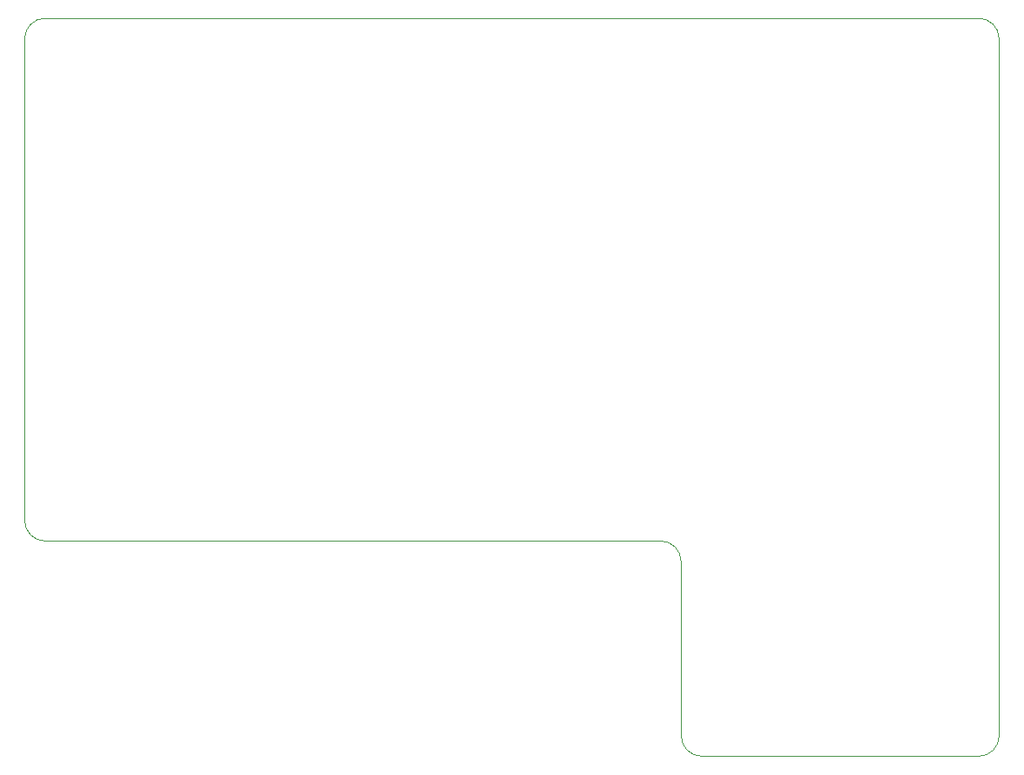
<source format=gm1>
%TF.GenerationSoftware,KiCad,Pcbnew,8.0.4-8.0.4-0~ubuntu22.04.1*%
%TF.CreationDate,2024-09-28T14:33:57-04:00*%
%TF.ProjectId,hivemind-pcb,68697665-6d69-46e6-942d-7063622e6b69,rev?*%
%TF.SameCoordinates,Original*%
%TF.FileFunction,Profile,NP*%
%FSLAX46Y46*%
G04 Gerber Fmt 4.6, Leading zero omitted, Abs format (unit mm)*
G04 Created by KiCad (PCBNEW 8.0.4-8.0.4-0~ubuntu22.04.1) date 2024-09-28 14:33:57*
%MOMM*%
%LPD*%
G01*
G04 APERTURE LIST*
%TA.AperFunction,Profile*%
%ADD10C,0.050000*%
%TD*%
G04 APERTURE END LIST*
D10*
X248500000Y-111500000D02*
X221500000Y-111500000D01*
X155500000Y-41500000D02*
G75*
G02*
X157500000Y-39500000I2000000J0D01*
G01*
X157500000Y-39500000D02*
X248500000Y-39500000D01*
X217500000Y-90500000D02*
X157500000Y-90500000D01*
X155500000Y-88500000D02*
X155500000Y-41500000D01*
X219500000Y-109500000D02*
X219500000Y-92500000D01*
X157500000Y-90500000D02*
G75*
G02*
X155500000Y-88500000I0J2000000D01*
G01*
X250500000Y-109500000D02*
G75*
G02*
X248500000Y-111500000I-2000000J0D01*
G01*
X221500000Y-111500000D02*
G75*
G02*
X219500000Y-109500000I0J2000000D01*
G01*
X217500000Y-90500000D02*
G75*
G02*
X219500000Y-92500000I0J-2000000D01*
G01*
X248500000Y-39500000D02*
G75*
G02*
X250500000Y-41500000I0J-2000000D01*
G01*
X250500000Y-41500000D02*
X250500000Y-109500000D01*
M02*

</source>
